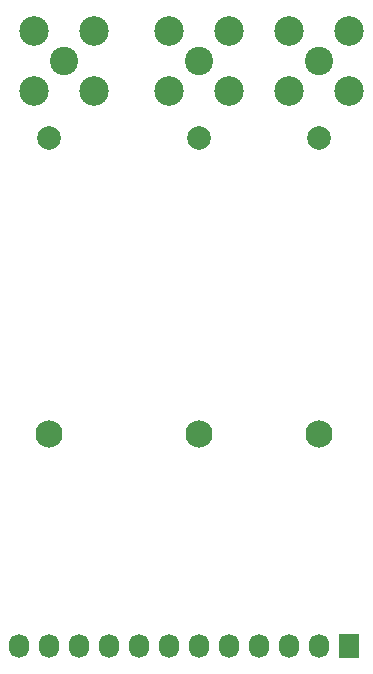
<source format=gbr>
G04 #@! TF.FileFunction,Copper,L2,Bot,Signal*
%FSLAX46Y46*%
G04 Gerber Fmt 4.6, Leading zero omitted, Abs format (unit mm)*
G04 Created by KiCad (PCBNEW (2015-08-27 BZR 6130, Git 51a6d38)-product) date 1/29/2016 1:51:44 AM*
%MOMM*%
G01*
G04 APERTURE LIST*
%ADD10C,0.100000*%
%ADD11R,1.727200X2.032000*%
%ADD12O,1.727200X2.032000*%
%ADD13C,2.400000*%
%ADD14C,2.500000*%
%ADD15C,1.998980*%
%ADD16C,2.301240*%
G04 APERTURE END LIST*
D10*
D11*
X162560000Y-123190000D03*
D12*
X160020000Y-123190000D03*
X157480000Y-123190000D03*
X154940000Y-123190000D03*
X152400000Y-123190000D03*
X149860000Y-123190000D03*
X147320000Y-123190000D03*
X144780000Y-123190000D03*
X142240000Y-123190000D03*
X139700000Y-123190000D03*
X137160000Y-123190000D03*
X134620000Y-123190000D03*
D13*
X160020000Y-73660000D03*
D14*
X157480000Y-71120000D03*
X162560000Y-71120000D03*
X162560000Y-76200000D03*
X157480000Y-76200000D03*
D13*
X149860000Y-73660000D03*
D14*
X147320000Y-71120000D03*
X152400000Y-71120000D03*
X152400000Y-76200000D03*
X147320000Y-76200000D03*
D13*
X138430000Y-73660000D03*
D14*
X135890000Y-71120000D03*
X140970000Y-71120000D03*
X140970000Y-76200000D03*
X135890000Y-76200000D03*
D15*
X160020000Y-80210660D03*
D16*
X160020000Y-105209340D03*
D15*
X149860000Y-80210660D03*
D16*
X149860000Y-105209340D03*
D15*
X137160000Y-80210660D03*
D16*
X137160000Y-105209340D03*
M02*

</source>
